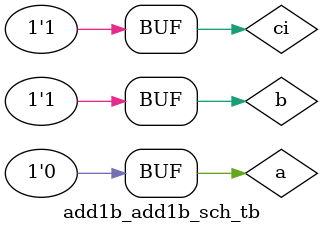
<source format=v>

`timescale 1ns / 1ps

module add1b_add1b_sch_tb();

// Inputs
   reg b;
   reg ci;
   reg a;

// Output
   wire r;
   wire co;

// Bidirs

// Instantiate the UUT
   add1b UUT (
		.b(b), 
		.ci(ci), 
		.a(a), 
		.r(r), 
		.co(co)
   );
// Initialize Inputs
   initial begin
	  ci = 0;
	  b = 0;
	  a = 0;
	  // Wait 100ns for the simulator to finish initializing
	  #100;
	  
	  //test 1
	  a = 1;
	  #1;
	  if ((r == 1) && (co == 0))begin
		 $display("okay 1");
	  end else begin
		 $display("fail 1");
	  end
	  
	  //test 2
	  b = 1;
	  #1;
	  if ((r == 0) && (co == 1))begin
		 $display("okay 2");
	  end else begin
		 $display("fail 2");
	  end
	  
	  //test 3
	  ci = 1;
	  #1;
	  if ((r == 1) && (co == 1))begin
		 $display("okay 3");
	  end else begin
		 $display("fail 3");
	  end
	  
	  //test 4
	  a = 0;
	  #1;
	  if ((r == 0) && (co == 1))begin
		 $display("okay 4");
	  end else begin
		 $display("fail 4");
	  end
  end
endmodule

</source>
